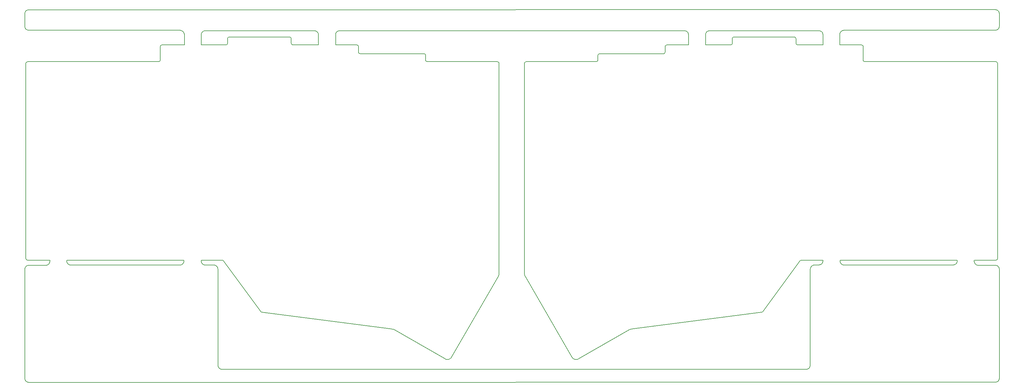
<source format=gm1>
G04 #@! TF.GenerationSoftware,KiCad,Pcbnew,5.1.5+dfsg1-2build2*
G04 #@! TF.CreationDate,2021-07-11T13:37:49+03:00*
G04 #@! TF.ProjectId,corne-light,636f726e-652d-46c6-9967-68742e6b6963,2.0*
G04 #@! TF.SameCoordinates,Original*
G04 #@! TF.FileFunction,Profile,NP*
%FSLAX46Y46*%
G04 Gerber Fmt 4.6, Leading zero omitted, Abs format (unit mm)*
G04 Created by KiCad (PCBNEW 5.1.5+dfsg1-2build2) date 2021-07-11 13:37:49*
%MOMM*%
%LPD*%
G04 APERTURE LIST*
%ADD10C,0.200000*%
G04 APERTURE END LIST*
D10*
X50583768Y-36929478D02*
X13697500Y-36929478D01*
X19857418Y-93652702D02*
X19788838Y-93873681D01*
X19788838Y-93873681D02*
X19788838Y-93873681D01*
X19788838Y-93873681D02*
X19786298Y-93878761D01*
X19786298Y-93878761D02*
X19786298Y-93883841D01*
X19786298Y-93883841D02*
X19677078Y-94087041D01*
X19677078Y-94087041D02*
X19677078Y-94087041D01*
X19677078Y-94087041D02*
X19674538Y-94092121D01*
X66824512Y-94747440D02*
X66824512Y-94747440D01*
X66824512Y-94747440D02*
X66824512Y-94749980D01*
X66824512Y-94749980D02*
X66829592Y-94749980D01*
X66829592Y-94749980D02*
X66832132Y-94755060D01*
X66832132Y-94755060D02*
X67012472Y-94899840D01*
X67012472Y-94899840D02*
X67012472Y-94899840D01*
X67012472Y-94899840D02*
X67015012Y-94904920D01*
X67015012Y-94904920D02*
X67017552Y-94907460D01*
X67017552Y-94907460D02*
X67167411Y-95085260D01*
X67167411Y-95085260D02*
X67167411Y-95085260D01*
X67167411Y-95085260D02*
X67169951Y-95090340D01*
X67169951Y-95090340D02*
X67172491Y-95092880D01*
X67172491Y-95092880D02*
X67281711Y-95298620D01*
X67281711Y-95298620D02*
X67281711Y-95298620D01*
X67281711Y-95298620D02*
X67281711Y-95298620D01*
X67281711Y-95298620D02*
X67281711Y-95298620D01*
X67281711Y-95298620D02*
X67284251Y-95301160D01*
X67284251Y-95301160D02*
X67286791Y-95306240D01*
X67286791Y-95306240D02*
X67355371Y-95527220D01*
X67355371Y-95527220D02*
X67355371Y-95529760D01*
X67355371Y-95529760D02*
X67355371Y-95532300D01*
X67355371Y-95532300D02*
X67355371Y-95537380D01*
X67355371Y-95537380D02*
X67380771Y-95768519D01*
X67380771Y-95768519D02*
X67380771Y-95768519D01*
X67380771Y-95768519D02*
X67380771Y-95771059D01*
X67380771Y-95771059D02*
X67380771Y-95773599D01*
X67380771Y-95773599D02*
X67380771Y-95778679D01*
X67380771Y-95778679D02*
X67380771Y-95778679D01*
X67380771Y-95778679D02*
X67380771Y-122956653D01*
X67380771Y-122956653D02*
X67380771Y-122961733D01*
X67380771Y-122961733D02*
X67403631Y-123185252D01*
X67403631Y-123185252D02*
X67469671Y-123396072D01*
X67469671Y-123396072D02*
X67576351Y-123591652D01*
X67576351Y-123591652D02*
X67716051Y-123761832D01*
X67716051Y-123761832D02*
X67888771Y-123904072D01*
X68084350Y-124008212D02*
X68297710Y-124071712D01*
X68297710Y-124071712D02*
X68521230Y-124094571D01*
X68521230Y-124094571D02*
X233687107Y-124084411D01*
X233687107Y-124084411D02*
X233694727Y-124084411D01*
X233694727Y-124084411D02*
X233915707Y-124061552D01*
X233915707Y-124061552D02*
X234129066Y-123995512D01*
X234129066Y-123995512D02*
X234324646Y-123888832D01*
X234324646Y-123888832D02*
X234494826Y-123749132D01*
X234494826Y-123749132D02*
X234637066Y-123576412D01*
X234637066Y-123576412D02*
X234738666Y-123380832D01*
X234738666Y-123380832D02*
X234804706Y-123167472D01*
X234804706Y-123167472D02*
X234825026Y-122943953D01*
X234825026Y-122943953D02*
X234825026Y-95771059D01*
X234825026Y-95771059D02*
X234825026Y-95768519D01*
X234825026Y-95768519D02*
X234825026Y-95768519D01*
X234825026Y-95768519D02*
X234847886Y-95537380D01*
X234847886Y-95537380D02*
X234847886Y-95537380D01*
X234847886Y-95537380D02*
X234847886Y-95537380D01*
X234847886Y-95537380D02*
X234847886Y-95534840D01*
X234847886Y-95534840D02*
X234850426Y-95532300D01*
X234850426Y-95532300D02*
X234850426Y-95527220D01*
X234850426Y-95527220D02*
X234919006Y-95306240D01*
X234919006Y-95306240D02*
X234919006Y-95306240D01*
X234919006Y-95306240D02*
X234919006Y-95301160D01*
X234919006Y-95301160D02*
X234921546Y-95296080D01*
X234921546Y-95296080D02*
X235030766Y-95092880D01*
X235030766Y-95092880D02*
X235030766Y-95092880D01*
X235030766Y-95092880D02*
X235030766Y-95092880D01*
X235030766Y-95092880D02*
X235030766Y-95090340D01*
X235030766Y-95090340D02*
X235033306Y-95087800D01*
X235033306Y-95087800D02*
X235035846Y-95085260D01*
X235035846Y-95085260D02*
X235180625Y-94904920D01*
X235180625Y-94904920D02*
X235183165Y-94904920D01*
X235183165Y-94904920D02*
X235185705Y-94899840D01*
X235185705Y-94899840D02*
X235188245Y-94897300D01*
X235188245Y-94897300D02*
X235368585Y-94749980D01*
X235368585Y-94749980D02*
X235368585Y-94749980D01*
X235368585Y-94749980D02*
X235371125Y-94747440D01*
X235371125Y-94747440D02*
X235376205Y-94744900D01*
X235376205Y-94744900D02*
X235579405Y-94633141D01*
X235579405Y-94633141D02*
X235579405Y-94633141D01*
X235579405Y-94633141D02*
X235579405Y-94633141D01*
X235579405Y-94633141D02*
X235579405Y-94633141D01*
X235579405Y-94633141D02*
X235584485Y-94633141D01*
X235584485Y-94633141D02*
X235589565Y-94630601D01*
X235589565Y-94630601D02*
X235810545Y-94562021D01*
X235810545Y-94562021D02*
X235810545Y-94562021D01*
X235810545Y-94562021D02*
X235810545Y-94562021D01*
X235810545Y-94562021D02*
X235815625Y-94559481D01*
X235815625Y-94559481D02*
X235818165Y-94559481D01*
X235818165Y-94559481D02*
X236049305Y-94534081D01*
X236049305Y-94534081D02*
X236051845Y-94534081D01*
X236051845Y-94534081D02*
X236051845Y-94534081D01*
X236051845Y-94534081D02*
X236054385Y-94534081D01*
X236054385Y-94534081D02*
X236062005Y-94534081D01*
X236062005Y-94534081D02*
X236062005Y-94534081D01*
X236062005Y-94534081D02*
X237250723Y-94534081D01*
X237250723Y-94534081D02*
X237255803Y-94534081D01*
X237255803Y-94534081D02*
X237479323Y-94511221D01*
X237479323Y-94511221D02*
X237692683Y-94445181D01*
X237692683Y-94445181D02*
X237885723Y-94341041D01*
X237885723Y-94341041D02*
X238058443Y-94198801D01*
X238058443Y-94198801D02*
X238198142Y-94026081D01*
X238198142Y-94026081D02*
X238302282Y-93830501D01*
X238302282Y-93830501D02*
X238365782Y-93617142D01*
X238365782Y-93617142D02*
X238388642Y-93396162D01*
X238388642Y-93396162D02*
X238396262Y-93187882D01*
X200395360Y-32184762D02*
X200387740Y-29273925D01*
X200387740Y-29273925D02*
X200387740Y-29266305D01*
X200387740Y-29266305D02*
X200364880Y-29042785D01*
X200364880Y-29042785D02*
X200298840Y-28831966D01*
X200298840Y-28831966D02*
X200194700Y-28636386D01*
X200194700Y-28636386D02*
X200052460Y-28466206D01*
X199684160Y-28222366D02*
X199470801Y-28156326D01*
X199470801Y-28156326D02*
X199249821Y-28136006D01*
X199249821Y-28136006D02*
X101769797Y-28143626D01*
X101769797Y-28143626D02*
X101762177Y-28143626D01*
X101762177Y-28143626D02*
X101541197Y-28166486D01*
X101541197Y-28166486D02*
X101327838Y-28232526D01*
X101327838Y-28232526D02*
X101132258Y-28339206D01*
X101132258Y-28339206D02*
X100962078Y-28481446D01*
X100962078Y-28481446D02*
X100819838Y-28651626D01*
X100819838Y-28651626D02*
X100715698Y-28847206D01*
X100715698Y-28847206D02*
X100652198Y-29060565D01*
X100652198Y-29060565D02*
X100631878Y-29284085D01*
X100631878Y-29284085D02*
X100636958Y-32179682D01*
X243245117Y-93185342D02*
X243240037Y-93396162D01*
X243240037Y-93396162D02*
X243240037Y-93403782D01*
X243240037Y-93403782D02*
X243262897Y-93627302D01*
X243262897Y-93627302D02*
X243328937Y-93838121D01*
X243328937Y-93838121D02*
X243433077Y-94033701D01*
X243433077Y-94033701D02*
X243575317Y-94203881D01*
X243575317Y-94203881D02*
X243748037Y-94346121D01*
X243748037Y-94346121D02*
X243943617Y-94450261D01*
X243943617Y-94450261D02*
X244154437Y-94513761D01*
X244154437Y-94513761D02*
X244377956Y-94534081D01*
X244377956Y-94534081D02*
X275251626Y-94534081D01*
X275251626Y-94534081D02*
X275256706Y-94534081D01*
X275256706Y-94534081D02*
X275480226Y-94511221D01*
X275480226Y-94511221D02*
X275691045Y-94445181D01*
X275691045Y-94445181D02*
X275886625Y-94341041D01*
X275886625Y-94341041D02*
X276056805Y-94198801D01*
X276056805Y-94198801D02*
X276199045Y-94026081D01*
X276199045Y-94026081D02*
X276300645Y-93830501D01*
X276300645Y-93830501D02*
X276366685Y-93617142D01*
X276366685Y-93617142D02*
X276387005Y-93396162D01*
X276387005Y-93396162D02*
X276394625Y-93185342D01*
X24655473Y-93634922D02*
X24718973Y-93848281D01*
X24718973Y-93848281D02*
X24825653Y-94041321D01*
X24825653Y-94041321D02*
X24967893Y-94214041D01*
X24967893Y-94214041D02*
X25138073Y-94353741D01*
X25138073Y-94353741D02*
X25336193Y-94457881D01*
X25336193Y-94457881D02*
X25547012Y-94521381D01*
X25547012Y-94521381D02*
X25770532Y-94544241D01*
X25770532Y-94544241D02*
X56644202Y-94544241D01*
X56644202Y-94544241D02*
X56649282Y-94544241D01*
X56649282Y-94544241D02*
X56872802Y-94521381D01*
X56872802Y-94521381D02*
X57083621Y-94455341D01*
X57083621Y-94455341D02*
X57279201Y-94348661D01*
X57279201Y-94348661D02*
X57449381Y-94208961D01*
X57449381Y-94208961D02*
X57591621Y-94036241D01*
X57591621Y-94036241D02*
X57695761Y-93840661D01*
X57695761Y-93840661D02*
X57759261Y-93627302D01*
X57759261Y-93627302D02*
X57782121Y-93403782D01*
X57782121Y-93403782D02*
X57787201Y-93185342D01*
X238386102Y-32184762D02*
X238388642Y-29273925D01*
X238388642Y-29273925D02*
X238388642Y-29266305D01*
X238388642Y-29266305D02*
X238365782Y-29042785D01*
X238365782Y-29042785D02*
X238299742Y-28831966D01*
X238299742Y-28831966D02*
X238193062Y-28636386D01*
X238193062Y-28636386D02*
X238050823Y-28466206D01*
X238050823Y-28466206D02*
X237880643Y-28326506D01*
X237880643Y-28326506D02*
X237685063Y-28222366D01*
X237685063Y-28222366D02*
X237471703Y-28156326D01*
X237471703Y-28156326D02*
X237248183Y-28136006D01*
X237248183Y-28136006D02*
X206377054Y-28136006D01*
X206377054Y-28136006D02*
X206369434Y-28136006D01*
X206369434Y-28136006D02*
X206145914Y-28158866D01*
X206145914Y-28158866D02*
X205935094Y-28224906D01*
X205935094Y-28224906D02*
X205739515Y-28329046D01*
X205739515Y-28329046D02*
X205569335Y-28471286D01*
X205569335Y-28471286D02*
X205429635Y-28644006D01*
X205429635Y-28644006D02*
X205325495Y-28839586D01*
X205325495Y-28839586D02*
X205259455Y-29052945D01*
X205259455Y-29052945D02*
X205239135Y-29273925D01*
X205239135Y-29273925D02*
X205236595Y-32187302D01*
X95785563Y-32179682D02*
X95780483Y-29281545D01*
X95780483Y-29281545D02*
X95780483Y-29276465D01*
X95780483Y-29276465D02*
X95757623Y-29052945D01*
X95757623Y-29052945D02*
X95691583Y-28842126D01*
X95691583Y-28842126D02*
X95587443Y-28646546D01*
X95587443Y-28646546D02*
X95445203Y-28473826D01*
X95445203Y-28473826D02*
X95272484Y-28334126D01*
X95272484Y-28334126D02*
X95076904Y-28229986D01*
X95076904Y-28229986D02*
X94863544Y-28166486D01*
X94863544Y-28166486D02*
X94640024Y-28143626D01*
X94640024Y-28143626D02*
X63768895Y-28143626D01*
X63768895Y-28143626D02*
X63763815Y-28143626D01*
X63763815Y-28143626D02*
X63540295Y-28166486D01*
X63540295Y-28166486D02*
X63326935Y-28232526D01*
X63326935Y-28232526D02*
X63131355Y-28339206D01*
X63131355Y-28339206D02*
X62961176Y-28481446D01*
X62961176Y-28481446D02*
X62821476Y-28651626D01*
X62821476Y-28651626D02*
X62717336Y-28847206D01*
X62717336Y-28847206D02*
X62653836Y-29060565D01*
X62653836Y-29060565D02*
X62630976Y-29284085D01*
X62630976Y-29284085D02*
X62636056Y-32179682D01*
X282371239Y-94635681D02*
X282140099Y-94612821D01*
X287933833Y-127449908D02*
X288073533Y-127277188D01*
X199879740Y-28326506D02*
X199684160Y-28222366D01*
X200052460Y-28466206D02*
X199879740Y-28326506D01*
X67888771Y-123904072D02*
X68084350Y-124008212D01*
X288264033Y-95765979D02*
X288264033Y-126644729D01*
X12755585Y-95783759D02*
X12755585Y-126654889D01*
X19875198Y-93180262D02*
X19880278Y-93408862D01*
X19880278Y-93408862D02*
X19880278Y-93411402D01*
X19880278Y-93411402D02*
X19880278Y-93411402D01*
X19880278Y-93411402D02*
X19857418Y-93642542D01*
X19857418Y-93642542D02*
X19857418Y-93642542D01*
X19857418Y-93642542D02*
X19857418Y-93642542D01*
X19857418Y-93642542D02*
X19857418Y-93642542D01*
X19857418Y-93642542D02*
X19857418Y-93647622D01*
X19857418Y-93647622D02*
X19857418Y-93652702D01*
X24635153Y-93185342D02*
X24630073Y-93406322D01*
X24630073Y-93406322D02*
X24630073Y-93411402D01*
X24630073Y-93411402D02*
X24655473Y-93634922D01*
X116664342Y-112720463D02*
X116504323Y-112700143D01*
X116837062Y-112748403D02*
X116664342Y-112720463D01*
X117002162Y-112786503D02*
X116837062Y-112748403D01*
X117159642Y-112829683D02*
X117002162Y-112786503D01*
X146834433Y-96990258D02*
X146834433Y-96906438D01*
X146816653Y-97175678D02*
X146834433Y-96990258D01*
X146783633Y-97343318D02*
X146816653Y-97175678D01*
X146735373Y-97500798D02*
X146783633Y-97343318D01*
X146676953Y-97643038D02*
X146735373Y-97500798D01*
X146608373Y-97777657D02*
X146676953Y-97643038D01*
X107086012Y-34181200D02*
X107086012Y-32680062D01*
X125584814Y-34679040D02*
X107583851Y-34679040D01*
X146501693Y-36959958D02*
X146334053Y-36929478D01*
X146633773Y-37028537D02*
X146501693Y-36959958D01*
X146732833Y-37130137D02*
X146633773Y-37028537D01*
X146803953Y-37259677D02*
X146732833Y-37130137D01*
X146834433Y-37429857D02*
X146803953Y-37259677D01*
X146834433Y-37429857D02*
X146834433Y-96906438D01*
X19875198Y-93180262D02*
X13586164Y-93180262D01*
X13085785Y-37429857D02*
X13085785Y-92679883D01*
X87583911Y-29929244D02*
X70583708Y-29929244D01*
X88084291Y-31679303D02*
X88084291Y-30429624D01*
X95785563Y-32179682D02*
X88584670Y-32179682D01*
X117159642Y-112829683D02*
X131454748Y-121092294D01*
X126085193Y-35179419D02*
X126085193Y-36429098D01*
X125752454Y-34709520D02*
X125584814Y-34679040D01*
X125884533Y-34780640D02*
X125752454Y-34709520D01*
X125983593Y-34879700D02*
X125884533Y-34780640D01*
X126054713Y-35009239D02*
X125983593Y-34879700D01*
X126085193Y-35179419D02*
X126054713Y-35009239D01*
X51084147Y-32680062D02*
X51084147Y-36429098D01*
X57886261Y-32179682D02*
X51584527Y-32179682D01*
X70085868Y-30429624D02*
X70083328Y-31679303D01*
X146334053Y-36929478D02*
X126585573Y-36929478D01*
X68673630Y-93187882D02*
X68584730Y-93160000D01*
X68820950Y-93241222D02*
X68673630Y-93187882D01*
X68937790Y-93327582D02*
X68820950Y-93241222D01*
X13415984Y-93149782D02*
X13586164Y-93180262D01*
X13286445Y-93081202D02*
X13415984Y-93149782D01*
X13184845Y-92979602D02*
X13286445Y-93081202D01*
X13113725Y-92850062D02*
X13184845Y-92979602D01*
X13085785Y-92679883D02*
X13113725Y-92850062D01*
X13586164Y-93180262D02*
X13586164Y-93180262D01*
X13113725Y-37262217D02*
X13085785Y-37429857D01*
X13184845Y-37132677D02*
X13113725Y-37262217D01*
X13283905Y-37031077D02*
X13184845Y-37132677D01*
X13413444Y-36959958D02*
X13283905Y-37031077D01*
X13697500Y-36929478D02*
X13413444Y-36959958D01*
X13085785Y-37429857D02*
X13085785Y-37429857D01*
X51056207Y-36599278D02*
X51084147Y-36431638D01*
X50985087Y-36728818D02*
X51056207Y-36599278D01*
X50886027Y-36830418D02*
X50985087Y-36728818D01*
X50756488Y-36901538D02*
X50886027Y-36830418D01*
X50583768Y-36929478D02*
X50756488Y-36901538D01*
X51084147Y-36431638D02*
X51084147Y-36429098D01*
X51114627Y-32512422D02*
X51084147Y-32680062D01*
X51183207Y-32382882D02*
X51114627Y-32512422D01*
X51284807Y-32281282D02*
X51183207Y-32382882D01*
X51414347Y-32210162D02*
X51284807Y-32281282D01*
X51584527Y-32179682D02*
X51414347Y-32210162D01*
X70055389Y-31849483D02*
X70085868Y-31679303D01*
X69986809Y-31979022D02*
X70055389Y-31849483D01*
X69885209Y-32080622D02*
X69986809Y-31979022D01*
X69755669Y-32151742D02*
X69885209Y-32080622D01*
X69585489Y-32179682D02*
X69755669Y-32151742D01*
X70085868Y-31679303D02*
X70085868Y-31679303D01*
X70113808Y-30261984D02*
X70085868Y-30429624D01*
X70184928Y-30132444D02*
X70113808Y-30261984D01*
X70283988Y-30030844D02*
X70184928Y-30132444D01*
X70413528Y-29959724D02*
X70283988Y-30030844D01*
X70583708Y-29929244D02*
X70413528Y-29959724D01*
X70085868Y-30429624D02*
X70085868Y-30429624D01*
X87754091Y-29959724D02*
X87583911Y-29929244D01*
X87883631Y-30028304D02*
X87754091Y-29959724D01*
X87985231Y-30129904D02*
X87883631Y-30028304D01*
X88056351Y-30259444D02*
X87985231Y-30129904D01*
X88084291Y-30429624D02*
X88056351Y-30259444D01*
X87583911Y-29929244D02*
X87583911Y-29929244D01*
X88417030Y-32151742D02*
X88584670Y-32179682D01*
X88284951Y-32080622D02*
X88417030Y-32151742D01*
X88185891Y-31981562D02*
X88284951Y-32080622D01*
X88114771Y-31852023D02*
X88185891Y-31981562D01*
X88084291Y-31679303D02*
X88114771Y-31852023D01*
X88584670Y-32179682D02*
X88584670Y-32179682D01*
X106753272Y-32210162D02*
X106585632Y-32179682D01*
X106882812Y-32278742D02*
X106753272Y-32210162D01*
X106984412Y-32380342D02*
X106882812Y-32278742D01*
X107055532Y-32509882D02*
X106984412Y-32380342D01*
X107086012Y-32680062D02*
X107055532Y-32509882D01*
X107416212Y-34651100D02*
X107583851Y-34679040D01*
X107286672Y-34579980D02*
X107416212Y-34651100D01*
X107185072Y-34480920D02*
X107286672Y-34579980D01*
X107113952Y-34351380D02*
X107185072Y-34480920D01*
X107086012Y-34181200D02*
X107113952Y-34351380D01*
X133382606Y-120711295D02*
X146608373Y-97777657D01*
X133380066Y-120716375D02*
X133382606Y-120711295D01*
X133324186Y-120792575D02*
X133380066Y-120716375D01*
X133230206Y-120901795D02*
X133324186Y-120792575D01*
X133126066Y-120998315D02*
X133230206Y-120901795D01*
X133004146Y-121092294D02*
X133126066Y-120998315D01*
X132879686Y-121165954D02*
X133004146Y-121092294D01*
X132734907Y-121231994D02*
X132879686Y-121165954D01*
X132582507Y-121282794D02*
X132734907Y-121231994D01*
X132414867Y-121315814D02*
X132582507Y-121282794D01*
X132226907Y-121328514D02*
X132414867Y-121315814D01*
X132038947Y-121315814D02*
X132226907Y-121328514D01*
X131871307Y-121280254D02*
X132038947Y-121315814D01*
X131718908Y-121229454D02*
X131871307Y-121280254D01*
X131579208Y-121165954D02*
X131718908Y-121229454D01*
X131454748Y-121092294D02*
X131579208Y-121165954D01*
X79834379Y-107930027D02*
X116504323Y-112700143D01*
X79745479Y-107922407D02*
X79834379Y-107930027D01*
X79595619Y-107869068D02*
X79745479Y-107922407D01*
X79481319Y-107782708D02*
X79595619Y-107869068D01*
X68937790Y-93327582D02*
X79481319Y-107782708D01*
X126415393Y-36901538D02*
X126585573Y-36929478D01*
X126285853Y-36830418D02*
X126415393Y-36901538D01*
X126184253Y-36731358D02*
X126285853Y-36830418D01*
X126115673Y-36601818D02*
X126184253Y-36731358D01*
X126085193Y-36429098D02*
X126115673Y-36601818D01*
X126585573Y-36929478D02*
X126585573Y-36929478D01*
X184192716Y-112728083D02*
X184352736Y-112707763D01*
X184019996Y-112756023D02*
X184192716Y-112728083D01*
X183854896Y-112794123D02*
X184019996Y-112756023D01*
X183697416Y-112837303D02*
X183854896Y-112794123D01*
X154025166Y-97005498D02*
X154022626Y-96911518D01*
X154042946Y-97188378D02*
X154025166Y-97005498D01*
X154075966Y-97353478D02*
X154042946Y-97188378D01*
X154121685Y-97508418D02*
X154075966Y-97353478D01*
X154182645Y-97653198D02*
X154121685Y-97508418D01*
X154251225Y-97785277D02*
X154182645Y-97653198D01*
X193773586Y-34183740D02*
X193773586Y-32685142D01*
X175272245Y-34684120D02*
X193273207Y-34684120D01*
X154355365Y-36965038D02*
X154523005Y-36937098D01*
X154225825Y-37036157D02*
X154355365Y-36965038D01*
X154124225Y-37137757D02*
X154225825Y-37036157D01*
X154053106Y-37267297D02*
X154124225Y-37137757D01*
X154022626Y-37437477D02*
X154053106Y-37267297D01*
X154022626Y-37434937D02*
X154022626Y-96908978D01*
X243245117Y-93185342D02*
X276394625Y-93185342D01*
X287773814Y-37437477D02*
X287773814Y-92684963D01*
X250273291Y-36934558D02*
X287273434Y-36937098D01*
X213273147Y-29934324D02*
X230273350Y-29934324D01*
X212772768Y-31684383D02*
X212772768Y-30434704D01*
X194273966Y-32184762D02*
X200395360Y-32184762D01*
X183697416Y-112837303D02*
X169404850Y-121097374D01*
X174771865Y-35187039D02*
X174771865Y-36436718D01*
X175104605Y-34717140D02*
X175272245Y-34686660D01*
X174975065Y-34785720D02*
X175104605Y-34717140D01*
X174873465Y-34887320D02*
X174975065Y-34785720D01*
X174802345Y-35016859D02*
X174873465Y-34887320D01*
X174771865Y-35187039D02*
X174802345Y-35016859D01*
X249772911Y-32685142D02*
X249772911Y-36434178D01*
X231274109Y-32184762D02*
X238386102Y-32184762D01*
X230773730Y-30434704D02*
X230773730Y-31684383D01*
X154523005Y-36934558D02*
X174274026Y-36937098D01*
X232180888Y-93195502D02*
X232272328Y-93187882D01*
X232033569Y-93248842D02*
X232180888Y-93195502D01*
X231919269Y-93332662D02*
X232033569Y-93248842D01*
X287441074Y-93157402D02*
X287273434Y-93187882D01*
X287570614Y-93088822D02*
X287441074Y-93157402D01*
X287672214Y-92987222D02*
X287570614Y-93088822D01*
X287743334Y-92857682D02*
X287672214Y-92987222D01*
X287773814Y-92687503D02*
X287743334Y-92857682D01*
X287273434Y-93187882D02*
X287273434Y-93187882D01*
X287743334Y-37269837D02*
X287773814Y-37437477D01*
X287674754Y-37137757D02*
X287743334Y-37269837D01*
X287573154Y-37038697D02*
X287674754Y-37137757D01*
X287443614Y-36967578D02*
X287573154Y-37038697D01*
X287273434Y-36937098D02*
X287443614Y-36967578D01*
X287773814Y-37437477D02*
X287773814Y-37437477D01*
X249800851Y-36604358D02*
X249772911Y-36436718D01*
X249871971Y-36736438D02*
X249800851Y-36604358D01*
X249971031Y-36835498D02*
X249871971Y-36736438D01*
X250103111Y-36906618D02*
X249971031Y-36835498D01*
X250273291Y-36937098D02*
X250103111Y-36906618D01*
X249772911Y-36436718D02*
X249772911Y-36436718D01*
X249744971Y-32520042D02*
X249772911Y-32687682D01*
X249673851Y-32387962D02*
X249744971Y-32520042D01*
X249572251Y-32288902D02*
X249673851Y-32387962D01*
X249442711Y-32217782D02*
X249572251Y-32288902D01*
X249272532Y-32187302D02*
X249442711Y-32217782D01*
X230801670Y-31854563D02*
X230773730Y-31686923D01*
X230872790Y-31986642D02*
X230801670Y-31854563D01*
X230971850Y-32085702D02*
X230872790Y-31986642D01*
X231103929Y-32156822D02*
X230971850Y-32085702D01*
X231274109Y-32187302D02*
X231103929Y-32156822D01*
X230773730Y-31686923D02*
X230773730Y-31686923D01*
X230743250Y-30267064D02*
X230773730Y-30437244D01*
X230672130Y-30137524D02*
X230743250Y-30267064D01*
X230573070Y-30038464D02*
X230672130Y-30137524D01*
X230443530Y-29967344D02*
X230573070Y-30038464D01*
X230273350Y-29936864D02*
X230443530Y-29967344D01*
X230773730Y-30437244D02*
X230773730Y-30437244D01*
X213102967Y-29967344D02*
X213273147Y-29936864D01*
X212973427Y-30035924D02*
X213102967Y-29967344D01*
X212874367Y-30137524D02*
X212973427Y-30035924D01*
X212803248Y-30267064D02*
X212874367Y-30137524D01*
X212772768Y-30437244D02*
X212803248Y-30267064D01*
X213273147Y-29936864D02*
X213273147Y-29936864D01*
X212442568Y-32159362D02*
X212272388Y-32187302D01*
X212572108Y-32088242D02*
X212442568Y-32159362D01*
X212673708Y-31989182D02*
X212572108Y-32088242D01*
X212742288Y-31857103D02*
X212673708Y-31989182D01*
X212772768Y-31686923D02*
X212742288Y-31857103D01*
X212272388Y-32187302D02*
X212272388Y-32187302D01*
X194106326Y-32215242D02*
X194273966Y-32187302D01*
X193974246Y-32286362D02*
X194106326Y-32215242D01*
X193872646Y-32387962D02*
X193974246Y-32286362D01*
X193804066Y-32517502D02*
X193872646Y-32387962D01*
X193773586Y-32687682D02*
X193804066Y-32517502D01*
X193440847Y-34658720D02*
X193273207Y-34686660D01*
X193570387Y-34587600D02*
X193440847Y-34658720D01*
X193671986Y-34488540D02*
X193570387Y-34587600D01*
X193743106Y-34359000D02*
X193671986Y-34488540D01*
X193773586Y-34186280D02*
X193743106Y-34359000D01*
X167474452Y-120718915D02*
X154248685Y-97785277D01*
X167479532Y-120723995D02*
X167474452Y-120718915D01*
X167540492Y-120807815D02*
X167479532Y-120723995D01*
X167637012Y-120917035D02*
X167540492Y-120807815D01*
X167741152Y-121016095D02*
X167637012Y-120917035D01*
X167857992Y-121102454D02*
X167741152Y-121016095D01*
X167984992Y-121176114D02*
X167857992Y-121102454D01*
X168122152Y-121239614D02*
X167984992Y-121176114D01*
X168277092Y-121290414D02*
X168122152Y-121239614D01*
X19674538Y-94092121D02*
X19671998Y-94094661D01*
X19671998Y-94094661D02*
X19524678Y-94275001D01*
X19524678Y-94275001D02*
X19524678Y-94275001D01*
X19524678Y-94275001D02*
X19524678Y-94275001D01*
X19524678Y-94275001D02*
X19524678Y-94275001D01*
X19524678Y-94275001D02*
X19522138Y-94280081D01*
X19522138Y-94280081D02*
X19517058Y-94282621D01*
X19517058Y-94282621D02*
X19339259Y-94429941D01*
X19339259Y-94429941D02*
X19339259Y-94429941D01*
X19339259Y-94429941D02*
X19334179Y-94432481D01*
X19334179Y-94432481D02*
X19331639Y-94435021D01*
X19331639Y-94435021D02*
X19128439Y-94544241D01*
X19128439Y-94544241D02*
X19128439Y-94544241D01*
X19128439Y-94544241D02*
X19128439Y-94544241D01*
X19128439Y-94544241D02*
X19125899Y-94546781D01*
X19125899Y-94546781D02*
X19123359Y-94546781D01*
X19123359Y-94546781D02*
X19118279Y-94549321D01*
X19118279Y-94549321D02*
X18897299Y-94617901D01*
X18897299Y-94617901D02*
X18897299Y-94617901D01*
X18897299Y-94617901D02*
X18892219Y-94617901D01*
X18892219Y-94617901D02*
X18887139Y-94617901D01*
X18887139Y-94617901D02*
X18655999Y-94643301D01*
X18655999Y-94643301D02*
X18655999Y-94643301D01*
X18655999Y-94643301D02*
X18653459Y-94643301D01*
X18653459Y-94643301D02*
X18650919Y-94643301D01*
X18650919Y-94643301D02*
X18645839Y-94643301D01*
X18645839Y-94643301D02*
X18645839Y-94643301D01*
X18645839Y-94643301D02*
X13893504Y-94643301D01*
X13893504Y-94643301D02*
X13888424Y-94643301D01*
X13888424Y-94643301D02*
X13664904Y-94666161D01*
X13664904Y-94666161D02*
X13454084Y-94732200D01*
X13454084Y-94732200D02*
X13258505Y-94838880D01*
X13258505Y-94838880D02*
X13085785Y-94981120D01*
X13085785Y-94981120D02*
X12946085Y-95151300D01*
X12946085Y-95151300D02*
X12841945Y-95346880D01*
X12841945Y-95346880D02*
X12778445Y-95560240D01*
X12778445Y-95560240D02*
X12755585Y-95783759D01*
X12755585Y-126654889D02*
X12755585Y-126662509D01*
X12755585Y-126662509D02*
X12778445Y-126886029D01*
X12778445Y-126886029D02*
X12844485Y-127096849D01*
X12844485Y-127096849D02*
X12951165Y-127292428D01*
X12951165Y-127292428D02*
X13093405Y-127462608D01*
X13093405Y-127462608D02*
X13263585Y-127604848D01*
X13263585Y-127604848D02*
X13459164Y-127708988D01*
X13459164Y-127708988D02*
X13672524Y-127772488D01*
X13672524Y-127772488D02*
X13896044Y-127792808D01*
X13896044Y-127792808D02*
X287126114Y-127785188D01*
X287126114Y-127785188D02*
X287131194Y-127785188D01*
X287131194Y-127785188D02*
X287354714Y-127762328D01*
X287354714Y-127762328D02*
X287565534Y-127696288D01*
X287565534Y-127696288D02*
X287761114Y-127589608D01*
X287761114Y-127589608D02*
X287933833Y-127449908D01*
X288073533Y-127277188D02*
X288177673Y-127081609D01*
X288177673Y-127081609D02*
X288241173Y-126868249D01*
X288241173Y-126868249D02*
X288264033Y-126644729D01*
X288264033Y-95765979D02*
X288238633Y-95545000D01*
X288238633Y-95545000D02*
X288172593Y-95331640D01*
X288172593Y-95331640D02*
X288068453Y-95136060D01*
X288068453Y-95136060D02*
X287926213Y-94965880D01*
X287926213Y-94965880D02*
X287756034Y-94826180D01*
X287756034Y-94826180D02*
X287557914Y-94722040D01*
X287557914Y-94722040D02*
X287347094Y-94656001D01*
X287347094Y-94656001D02*
X287123574Y-94635681D01*
X287123574Y-94635681D02*
X282373779Y-94635681D01*
X282373779Y-94635681D02*
X282371239Y-94635681D01*
X282371239Y-94635681D02*
X282371239Y-94635681D01*
X282140099Y-94612821D02*
X282140099Y-94612821D01*
X282140099Y-94612821D02*
X282140099Y-94612821D01*
X282140099Y-94612821D02*
X282140099Y-94612821D01*
X282140099Y-94612821D02*
X282135019Y-94610281D01*
X282135019Y-94610281D02*
X282129939Y-94610281D01*
X282129939Y-94610281D02*
X281908959Y-94544241D01*
X281908959Y-94544241D02*
X281908959Y-94544241D01*
X281908959Y-94544241D02*
X281903879Y-94541701D01*
X281903879Y-94541701D02*
X281898799Y-94539161D01*
X281898799Y-94539161D02*
X281695600Y-94429941D01*
X281695600Y-94429941D02*
X281695600Y-94429941D01*
X281695600Y-94429941D02*
X281695600Y-94429941D01*
X281695600Y-94429941D02*
X281690520Y-94427401D01*
X281690520Y-94427401D02*
X281687980Y-94424861D01*
X281687980Y-94424861D02*
X281507640Y-94280081D01*
X281507640Y-94280081D02*
X281507640Y-94280081D01*
X281507640Y-94280081D02*
X281507640Y-94280081D01*
X281507640Y-94280081D02*
X281507640Y-94277541D01*
X281507640Y-94277541D02*
X281502560Y-94275001D01*
X281502560Y-94275001D02*
X281500020Y-94272461D01*
X281500020Y-94272461D02*
X281352700Y-94092121D01*
X281352700Y-94092121D02*
X281352700Y-94092121D01*
X281352700Y-94092121D02*
X281350160Y-94089581D01*
X281350160Y-94089581D02*
X281347620Y-94084501D01*
X281347620Y-94084501D02*
X281235860Y-93881301D01*
X281235860Y-93881301D02*
X281235860Y-93881301D01*
X281235860Y-93881301D02*
X281235860Y-93881301D01*
X281235860Y-93881301D02*
X281235860Y-93881301D01*
X281235860Y-93881301D02*
X281235860Y-93876221D01*
X281235860Y-93876221D02*
X281233320Y-93871141D01*
X281233320Y-93871141D02*
X281164740Y-93650162D01*
X281164740Y-93650162D02*
X281164740Y-93650162D01*
X281164740Y-93650162D02*
X281164740Y-93645082D01*
X281164740Y-93645082D02*
X281162200Y-93642542D01*
X281162200Y-93642542D02*
X281139340Y-93411402D01*
X281139340Y-93411402D02*
X281139340Y-93408862D01*
X281139340Y-93408862D02*
X281139340Y-93408862D01*
X281139340Y-93408862D02*
X281139340Y-93406322D01*
X281139340Y-93406322D02*
X281139340Y-93401242D01*
X281139340Y-93401242D02*
X281136800Y-93401242D01*
X281136800Y-93401242D02*
X281146960Y-93187882D01*
X243146058Y-32187302D02*
X243138438Y-29271385D01*
X243138438Y-29271385D02*
X243138438Y-29268845D01*
X243138438Y-29268845D02*
X243161298Y-29037705D01*
X243161298Y-29037705D02*
X243161298Y-29037705D01*
X243161298Y-29037705D02*
X243161298Y-29037705D01*
X243161298Y-29037705D02*
X243161298Y-29037705D01*
X243161298Y-29037705D02*
X243161298Y-29032625D01*
X243161298Y-29032625D02*
X243163838Y-29027545D01*
X243163838Y-29027545D02*
X243229877Y-28806566D01*
X243229877Y-28806566D02*
X243229877Y-28804026D01*
X243229877Y-28804026D02*
X243232417Y-28801486D01*
X243232417Y-28801486D02*
X243234957Y-28796406D01*
X243234957Y-28796406D02*
X243341637Y-28593206D01*
X243341637Y-28593206D02*
X243341637Y-28593206D01*
X243341637Y-28593206D02*
X243341637Y-28593206D01*
X243341637Y-28593206D02*
X243341637Y-28590666D01*
X243341637Y-28590666D02*
X243346717Y-28588126D01*
X243346717Y-28588126D02*
X243346717Y-28583046D01*
X243346717Y-28583046D02*
X243494037Y-28405246D01*
X243494037Y-28405246D02*
X243494037Y-28402706D01*
X243494037Y-28402706D02*
X243496577Y-28400166D01*
X243496577Y-28400166D02*
X243501657Y-28397626D01*
X243501657Y-28397626D02*
X243679457Y-28250306D01*
X243679457Y-28250306D02*
X243681997Y-28250306D01*
X243681997Y-28250306D02*
X243684537Y-28247766D01*
X243684537Y-28247766D02*
X243687077Y-28245226D01*
X243687077Y-28245226D02*
X243892817Y-28133466D01*
X243892817Y-28133466D02*
X243892817Y-28133466D01*
X243892817Y-28133466D02*
X243892817Y-28133466D01*
X243892817Y-28133466D02*
X243892817Y-28133466D01*
X243892817Y-28133466D02*
X243897897Y-28130926D01*
X243897897Y-28130926D02*
X243900437Y-28130926D01*
X243900437Y-28130926D02*
X244121417Y-28062346D01*
X244121417Y-28062346D02*
X244121417Y-28062346D01*
X244121417Y-28062346D02*
X244123957Y-28062346D01*
X244123957Y-28062346D02*
X244129037Y-28059806D01*
X244129037Y-28059806D02*
X244131577Y-28059806D01*
X244131577Y-28059806D02*
X244362716Y-28034406D01*
X244362716Y-28034406D02*
X244362716Y-28034406D01*
X244362716Y-28034406D02*
X244365256Y-28034406D01*
X244365256Y-28034406D02*
X244367796Y-28034406D01*
X244367796Y-28034406D02*
X244372876Y-28034406D01*
X244372876Y-28034406D02*
X244372876Y-28034406D01*
X244372876Y-28034406D02*
X287126114Y-28034406D01*
X287126114Y-28034406D02*
X287131194Y-28034406D01*
X287131194Y-28034406D02*
X287354714Y-28011546D01*
X287354714Y-28011546D02*
X287565534Y-27945506D01*
X287565534Y-27945506D02*
X287761114Y-27841367D01*
X287761114Y-27841367D02*
X287933833Y-27699127D01*
X287933833Y-27699127D02*
X288073533Y-27526407D01*
X288073533Y-27526407D02*
X288177673Y-27330827D01*
X288177673Y-27330827D02*
X288241173Y-27117467D01*
X288241173Y-27117467D02*
X288264033Y-26896487D01*
X288264033Y-26896487D02*
X288264033Y-23335411D01*
X288264033Y-23335411D02*
X288264033Y-23330331D01*
X288264033Y-23330331D02*
X288238633Y-23106811D01*
X288238633Y-23106811D02*
X288172593Y-22893451D01*
X288172593Y-22893451D02*
X288068453Y-22700412D01*
X288068453Y-22700412D02*
X287926213Y-22527692D01*
X287926213Y-22527692D02*
X287756034Y-22387992D01*
X287756034Y-22387992D02*
X287557914Y-22283852D01*
X287557914Y-22283852D02*
X287347094Y-22220352D01*
X287347094Y-22220352D02*
X287123574Y-22197492D01*
X287123574Y-22197492D02*
X13893504Y-22207652D01*
X13893504Y-22207652D02*
X13888424Y-22207652D01*
X13888424Y-22207652D02*
X13664904Y-22230512D01*
X13664904Y-22230512D02*
X13454084Y-22296552D01*
X13454084Y-22296552D02*
X13258505Y-22400692D01*
X13258505Y-22400692D02*
X13085785Y-22542932D01*
X13085785Y-22542932D02*
X12946085Y-22715652D01*
X12946085Y-22715652D02*
X12841945Y-22911231D01*
X12841945Y-22911231D02*
X12778445Y-23122051D01*
X12778445Y-23122051D02*
X12755585Y-23345571D01*
X12755585Y-23345571D02*
X12755585Y-26906647D01*
X12755585Y-26906647D02*
X12755585Y-26911727D01*
X12755585Y-26911727D02*
X12778445Y-27135247D01*
X12778445Y-27135247D02*
X12844485Y-27348607D01*
X12844485Y-27348607D02*
X12951165Y-27541647D01*
X12951165Y-27541647D02*
X13093405Y-27714367D01*
X13093405Y-27714367D02*
X13263585Y-27854067D01*
X13263585Y-27854067D02*
X13459164Y-27958206D01*
X13459164Y-27958206D02*
X13672524Y-28021706D01*
X13672524Y-28021706D02*
X13896044Y-28044566D01*
X13896044Y-28044566D02*
X56646742Y-28044566D01*
X56646742Y-28044566D02*
X56649282Y-28044566D01*
X56649282Y-28044566D02*
X56649282Y-28044566D01*
X56649282Y-28044566D02*
X56877882Y-28067426D01*
X56877882Y-28067426D02*
X56877882Y-28067426D01*
X56877882Y-28067426D02*
X56877882Y-28067426D01*
X56877882Y-28067426D02*
X56880422Y-28067426D01*
X56880422Y-28067426D02*
X56882962Y-28067426D01*
X56882962Y-28067426D02*
X56888042Y-28069966D01*
X56888042Y-28069966D02*
X57111561Y-28136006D01*
X57111561Y-28136006D02*
X57111561Y-28136006D01*
X57111561Y-28136006D02*
X57114101Y-28138546D01*
X57114101Y-28138546D02*
X57119181Y-28138546D01*
X57119181Y-28138546D02*
X57324921Y-28247766D01*
X57324921Y-28247766D02*
X57324921Y-28247766D01*
X57324921Y-28247766D02*
X57324921Y-28247766D01*
X57324921Y-28247766D02*
X57324921Y-28247766D01*
X57324921Y-28247766D02*
X57327461Y-28250306D01*
X57327461Y-28250306D02*
X57332541Y-28252846D01*
X57332541Y-28252846D02*
X57512881Y-28400166D01*
X57512881Y-28400166D02*
X57512881Y-28400166D01*
X57512881Y-28400166D02*
X57515421Y-28402706D01*
X57515421Y-28402706D02*
X57517961Y-28407786D01*
X57517961Y-28407786D02*
X57665281Y-28585586D01*
X57665281Y-28585586D02*
X57667821Y-28585586D01*
X57667821Y-28585586D02*
X57670361Y-28590666D01*
X57670361Y-28590666D02*
X57672901Y-28593206D01*
X57672901Y-28593206D02*
X57782121Y-28798946D01*
X57782121Y-28798946D02*
X57782121Y-28798946D01*
X57782121Y-28798946D02*
X57782121Y-28798946D01*
X57782121Y-28798946D02*
X57782121Y-28798946D01*
X57782121Y-28798946D02*
X57784661Y-28801486D01*
X57784661Y-28801486D02*
X57787201Y-28806566D01*
X57787201Y-28806566D02*
X57853241Y-29027545D01*
X57853241Y-29027545D02*
X57855781Y-29027545D01*
X57855781Y-29027545D02*
X57855781Y-29032625D01*
X57855781Y-29032625D02*
X57855781Y-29037705D01*
X57855781Y-29037705D02*
X57881181Y-29268845D01*
X57881181Y-29268845D02*
X57881181Y-29268845D01*
X57881181Y-29268845D02*
X57881181Y-29271385D01*
X57881181Y-29271385D02*
X57881181Y-29273925D01*
X57881181Y-29273925D02*
X57881181Y-29279005D01*
X57881181Y-29279005D02*
X57881181Y-29279005D01*
X57881181Y-29279005D02*
X57886261Y-32179682D01*
X62625896Y-93160000D02*
X62630976Y-93406322D01*
X62630976Y-93406322D02*
X62630976Y-93411402D01*
X62630976Y-93411402D02*
X62653836Y-93634922D01*
X62653836Y-93634922D02*
X62719876Y-93848281D01*
X62719876Y-93848281D02*
X62826556Y-94041321D01*
X62826556Y-94041321D02*
X62966256Y-94214041D01*
X62966256Y-94214041D02*
X63138975Y-94353741D01*
X63138975Y-94353741D02*
X63334555Y-94457881D01*
X63334555Y-94457881D02*
X63547915Y-94521381D01*
X63547915Y-94521381D02*
X63771435Y-94544241D01*
X63771435Y-94544241D02*
X66146332Y-94544241D01*
X66146332Y-94544241D02*
X66148872Y-94544241D01*
X66148872Y-94544241D02*
X66148872Y-94544241D01*
X66148872Y-94544241D02*
X66380012Y-94567101D01*
X66380012Y-94567101D02*
X66380012Y-94567101D01*
X66380012Y-94567101D02*
X66380012Y-94567101D01*
X66380012Y-94567101D02*
X66380012Y-94567101D01*
X66380012Y-94567101D02*
X66385092Y-94567101D01*
X66385092Y-94567101D02*
X66387632Y-94569641D01*
X66387632Y-94569641D02*
X66611152Y-94635681D01*
X66611152Y-94635681D02*
X66611152Y-94635681D01*
X66611152Y-94635681D02*
X66616232Y-94638221D01*
X66616232Y-94638221D02*
X66618772Y-94638221D01*
X66618772Y-94638221D02*
X66824512Y-94747440D01*
X66824512Y-94747440D02*
X66824512Y-94747440D01*
X232272328Y-93187882D02*
X238396262Y-93187882D01*
X106585632Y-32179682D02*
X100636958Y-32179682D01*
X287273434Y-93187882D02*
X281146960Y-93187882D01*
X174672805Y-36738978D02*
X174571205Y-36838038D01*
X174743925Y-36609438D02*
X174672805Y-36738978D01*
X169277851Y-121173574D02*
X169140691Y-121237074D01*
X169404850Y-121097374D02*
X169277851Y-121173574D01*
X221022679Y-107937647D02*
X184352736Y-112707763D01*
X221114119Y-107930027D02*
X221022679Y-107937647D01*
X221261439Y-107876688D02*
X221114119Y-107930027D01*
X221375739Y-107790328D02*
X221261439Y-107876688D01*
X231919269Y-93332662D02*
X221375739Y-107790328D01*
X174441665Y-36909158D02*
X174274026Y-36937098D01*
X174571205Y-36838038D02*
X174441665Y-36909158D01*
X24635153Y-93185342D02*
X57787201Y-93185342D01*
X168444731Y-121323434D02*
X168277092Y-121290414D01*
X168632691Y-121336134D02*
X168444731Y-121323434D01*
X168820651Y-121320894D02*
X168632691Y-121336134D01*
X168988291Y-121287874D02*
X168820651Y-121320894D01*
X169140691Y-121237074D02*
X168988291Y-121287874D01*
X174771865Y-36436718D02*
X174743925Y-36609438D01*
X174274026Y-36937098D02*
X174274026Y-36937098D01*
X249272532Y-32187302D02*
X243146058Y-32187302D01*
X212272388Y-32187302D02*
X205236595Y-32187302D01*
X69585489Y-32179682D02*
X62636056Y-32179682D01*
X68584730Y-93160000D02*
X62625896Y-93160000D01*
M02*

</source>
